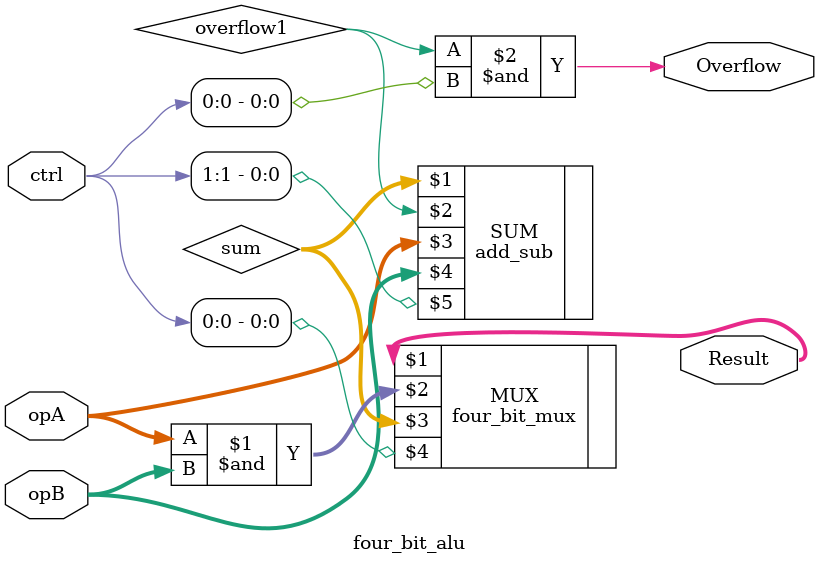
<source format=v>
`timescale 1ns/1ps
`default_nettype none

module four_bit_alu(
    output wire [3:0] Result, // 4 bit output
    output wire Overflow, // 1 bit output 
    input wire [3:0] opA, opB, // 4 bit a and b inputs
    input wire [1:0] ctrl // 2 bit inputs 
);
    wire [3:0] sum; // 4 bit wide add_sub output
    wire overflow1; // overflow detectio nfrom add_sub output

    
    add_sub SUM(sum, overflow1, opA, opB, ctrl[1]); // the 4 bit full adder that uses ctrl 1 to choose whether to add or subtract 
    four_bit_mux MUX(Result, (opA & opB), sum, ctrl[0]); // the mux with ctrl 0 to select between and and add/sub function
    assign Overflow = overflow1 & ctrl[0]; //overflow check using lab 5 postlab 
 
    
 endmodule
   
        
</source>
